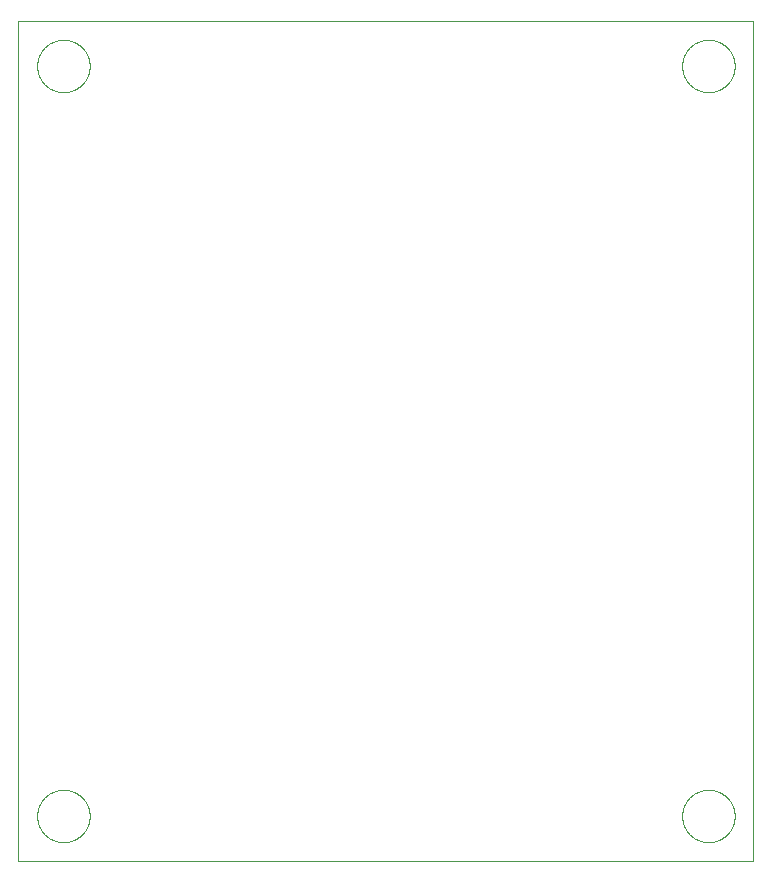
<source format=gko>
G75*
%MOIN*%
%OFA0B0*%
%FSLAX25Y25*%
%IPPOS*%
%LPD*%
%AMOC8*
5,1,8,0,0,1.08239X$1,22.5*
%
%ADD10C,0.00000*%
D10*
X0007100Y0011300D02*
X0007100Y0291300D01*
X0252100Y0291300D01*
X0252100Y0011300D01*
X0007100Y0011300D01*
X0013350Y0026300D02*
X0013353Y0026515D01*
X0013361Y0026729D01*
X0013374Y0026944D01*
X0013392Y0027158D01*
X0013416Y0027371D01*
X0013445Y0027584D01*
X0013479Y0027796D01*
X0013518Y0028007D01*
X0013563Y0028217D01*
X0013612Y0028426D01*
X0013667Y0028634D01*
X0013727Y0028840D01*
X0013792Y0029045D01*
X0013861Y0029248D01*
X0013936Y0029449D01*
X0014016Y0029648D01*
X0014101Y0029846D01*
X0014190Y0030041D01*
X0014284Y0030234D01*
X0014383Y0030425D01*
X0014487Y0030613D01*
X0014595Y0030798D01*
X0014708Y0030981D01*
X0014825Y0031161D01*
X0014946Y0031338D01*
X0015072Y0031512D01*
X0015202Y0031683D01*
X0015336Y0031851D01*
X0015474Y0032015D01*
X0015617Y0032176D01*
X0015763Y0032333D01*
X0015913Y0032487D01*
X0016067Y0032637D01*
X0016224Y0032783D01*
X0016385Y0032926D01*
X0016549Y0033064D01*
X0016717Y0033198D01*
X0016888Y0033328D01*
X0017062Y0033454D01*
X0017239Y0033575D01*
X0017419Y0033692D01*
X0017602Y0033805D01*
X0017787Y0033913D01*
X0017975Y0034017D01*
X0018166Y0034116D01*
X0018359Y0034210D01*
X0018554Y0034299D01*
X0018752Y0034384D01*
X0018951Y0034464D01*
X0019152Y0034539D01*
X0019355Y0034608D01*
X0019560Y0034673D01*
X0019766Y0034733D01*
X0019974Y0034788D01*
X0020183Y0034837D01*
X0020393Y0034882D01*
X0020604Y0034921D01*
X0020816Y0034955D01*
X0021029Y0034984D01*
X0021242Y0035008D01*
X0021456Y0035026D01*
X0021671Y0035039D01*
X0021885Y0035047D01*
X0022100Y0035050D01*
X0022315Y0035047D01*
X0022529Y0035039D01*
X0022744Y0035026D01*
X0022958Y0035008D01*
X0023171Y0034984D01*
X0023384Y0034955D01*
X0023596Y0034921D01*
X0023807Y0034882D01*
X0024017Y0034837D01*
X0024226Y0034788D01*
X0024434Y0034733D01*
X0024640Y0034673D01*
X0024845Y0034608D01*
X0025048Y0034539D01*
X0025249Y0034464D01*
X0025448Y0034384D01*
X0025646Y0034299D01*
X0025841Y0034210D01*
X0026034Y0034116D01*
X0026225Y0034017D01*
X0026413Y0033913D01*
X0026598Y0033805D01*
X0026781Y0033692D01*
X0026961Y0033575D01*
X0027138Y0033454D01*
X0027312Y0033328D01*
X0027483Y0033198D01*
X0027651Y0033064D01*
X0027815Y0032926D01*
X0027976Y0032783D01*
X0028133Y0032637D01*
X0028287Y0032487D01*
X0028437Y0032333D01*
X0028583Y0032176D01*
X0028726Y0032015D01*
X0028864Y0031851D01*
X0028998Y0031683D01*
X0029128Y0031512D01*
X0029254Y0031338D01*
X0029375Y0031161D01*
X0029492Y0030981D01*
X0029605Y0030798D01*
X0029713Y0030613D01*
X0029817Y0030425D01*
X0029916Y0030234D01*
X0030010Y0030041D01*
X0030099Y0029846D01*
X0030184Y0029648D01*
X0030264Y0029449D01*
X0030339Y0029248D01*
X0030408Y0029045D01*
X0030473Y0028840D01*
X0030533Y0028634D01*
X0030588Y0028426D01*
X0030637Y0028217D01*
X0030682Y0028007D01*
X0030721Y0027796D01*
X0030755Y0027584D01*
X0030784Y0027371D01*
X0030808Y0027158D01*
X0030826Y0026944D01*
X0030839Y0026729D01*
X0030847Y0026515D01*
X0030850Y0026300D01*
X0030847Y0026085D01*
X0030839Y0025871D01*
X0030826Y0025656D01*
X0030808Y0025442D01*
X0030784Y0025229D01*
X0030755Y0025016D01*
X0030721Y0024804D01*
X0030682Y0024593D01*
X0030637Y0024383D01*
X0030588Y0024174D01*
X0030533Y0023966D01*
X0030473Y0023760D01*
X0030408Y0023555D01*
X0030339Y0023352D01*
X0030264Y0023151D01*
X0030184Y0022952D01*
X0030099Y0022754D01*
X0030010Y0022559D01*
X0029916Y0022366D01*
X0029817Y0022175D01*
X0029713Y0021987D01*
X0029605Y0021802D01*
X0029492Y0021619D01*
X0029375Y0021439D01*
X0029254Y0021262D01*
X0029128Y0021088D01*
X0028998Y0020917D01*
X0028864Y0020749D01*
X0028726Y0020585D01*
X0028583Y0020424D01*
X0028437Y0020267D01*
X0028287Y0020113D01*
X0028133Y0019963D01*
X0027976Y0019817D01*
X0027815Y0019674D01*
X0027651Y0019536D01*
X0027483Y0019402D01*
X0027312Y0019272D01*
X0027138Y0019146D01*
X0026961Y0019025D01*
X0026781Y0018908D01*
X0026598Y0018795D01*
X0026413Y0018687D01*
X0026225Y0018583D01*
X0026034Y0018484D01*
X0025841Y0018390D01*
X0025646Y0018301D01*
X0025448Y0018216D01*
X0025249Y0018136D01*
X0025048Y0018061D01*
X0024845Y0017992D01*
X0024640Y0017927D01*
X0024434Y0017867D01*
X0024226Y0017812D01*
X0024017Y0017763D01*
X0023807Y0017718D01*
X0023596Y0017679D01*
X0023384Y0017645D01*
X0023171Y0017616D01*
X0022958Y0017592D01*
X0022744Y0017574D01*
X0022529Y0017561D01*
X0022315Y0017553D01*
X0022100Y0017550D01*
X0021885Y0017553D01*
X0021671Y0017561D01*
X0021456Y0017574D01*
X0021242Y0017592D01*
X0021029Y0017616D01*
X0020816Y0017645D01*
X0020604Y0017679D01*
X0020393Y0017718D01*
X0020183Y0017763D01*
X0019974Y0017812D01*
X0019766Y0017867D01*
X0019560Y0017927D01*
X0019355Y0017992D01*
X0019152Y0018061D01*
X0018951Y0018136D01*
X0018752Y0018216D01*
X0018554Y0018301D01*
X0018359Y0018390D01*
X0018166Y0018484D01*
X0017975Y0018583D01*
X0017787Y0018687D01*
X0017602Y0018795D01*
X0017419Y0018908D01*
X0017239Y0019025D01*
X0017062Y0019146D01*
X0016888Y0019272D01*
X0016717Y0019402D01*
X0016549Y0019536D01*
X0016385Y0019674D01*
X0016224Y0019817D01*
X0016067Y0019963D01*
X0015913Y0020113D01*
X0015763Y0020267D01*
X0015617Y0020424D01*
X0015474Y0020585D01*
X0015336Y0020749D01*
X0015202Y0020917D01*
X0015072Y0021088D01*
X0014946Y0021262D01*
X0014825Y0021439D01*
X0014708Y0021619D01*
X0014595Y0021802D01*
X0014487Y0021987D01*
X0014383Y0022175D01*
X0014284Y0022366D01*
X0014190Y0022559D01*
X0014101Y0022754D01*
X0014016Y0022952D01*
X0013936Y0023151D01*
X0013861Y0023352D01*
X0013792Y0023555D01*
X0013727Y0023760D01*
X0013667Y0023966D01*
X0013612Y0024174D01*
X0013563Y0024383D01*
X0013518Y0024593D01*
X0013479Y0024804D01*
X0013445Y0025016D01*
X0013416Y0025229D01*
X0013392Y0025442D01*
X0013374Y0025656D01*
X0013361Y0025871D01*
X0013353Y0026085D01*
X0013350Y0026300D01*
X0013350Y0276300D02*
X0013353Y0276515D01*
X0013361Y0276729D01*
X0013374Y0276944D01*
X0013392Y0277158D01*
X0013416Y0277371D01*
X0013445Y0277584D01*
X0013479Y0277796D01*
X0013518Y0278007D01*
X0013563Y0278217D01*
X0013612Y0278426D01*
X0013667Y0278634D01*
X0013727Y0278840D01*
X0013792Y0279045D01*
X0013861Y0279248D01*
X0013936Y0279449D01*
X0014016Y0279648D01*
X0014101Y0279846D01*
X0014190Y0280041D01*
X0014284Y0280234D01*
X0014383Y0280425D01*
X0014487Y0280613D01*
X0014595Y0280798D01*
X0014708Y0280981D01*
X0014825Y0281161D01*
X0014946Y0281338D01*
X0015072Y0281512D01*
X0015202Y0281683D01*
X0015336Y0281851D01*
X0015474Y0282015D01*
X0015617Y0282176D01*
X0015763Y0282333D01*
X0015913Y0282487D01*
X0016067Y0282637D01*
X0016224Y0282783D01*
X0016385Y0282926D01*
X0016549Y0283064D01*
X0016717Y0283198D01*
X0016888Y0283328D01*
X0017062Y0283454D01*
X0017239Y0283575D01*
X0017419Y0283692D01*
X0017602Y0283805D01*
X0017787Y0283913D01*
X0017975Y0284017D01*
X0018166Y0284116D01*
X0018359Y0284210D01*
X0018554Y0284299D01*
X0018752Y0284384D01*
X0018951Y0284464D01*
X0019152Y0284539D01*
X0019355Y0284608D01*
X0019560Y0284673D01*
X0019766Y0284733D01*
X0019974Y0284788D01*
X0020183Y0284837D01*
X0020393Y0284882D01*
X0020604Y0284921D01*
X0020816Y0284955D01*
X0021029Y0284984D01*
X0021242Y0285008D01*
X0021456Y0285026D01*
X0021671Y0285039D01*
X0021885Y0285047D01*
X0022100Y0285050D01*
X0022315Y0285047D01*
X0022529Y0285039D01*
X0022744Y0285026D01*
X0022958Y0285008D01*
X0023171Y0284984D01*
X0023384Y0284955D01*
X0023596Y0284921D01*
X0023807Y0284882D01*
X0024017Y0284837D01*
X0024226Y0284788D01*
X0024434Y0284733D01*
X0024640Y0284673D01*
X0024845Y0284608D01*
X0025048Y0284539D01*
X0025249Y0284464D01*
X0025448Y0284384D01*
X0025646Y0284299D01*
X0025841Y0284210D01*
X0026034Y0284116D01*
X0026225Y0284017D01*
X0026413Y0283913D01*
X0026598Y0283805D01*
X0026781Y0283692D01*
X0026961Y0283575D01*
X0027138Y0283454D01*
X0027312Y0283328D01*
X0027483Y0283198D01*
X0027651Y0283064D01*
X0027815Y0282926D01*
X0027976Y0282783D01*
X0028133Y0282637D01*
X0028287Y0282487D01*
X0028437Y0282333D01*
X0028583Y0282176D01*
X0028726Y0282015D01*
X0028864Y0281851D01*
X0028998Y0281683D01*
X0029128Y0281512D01*
X0029254Y0281338D01*
X0029375Y0281161D01*
X0029492Y0280981D01*
X0029605Y0280798D01*
X0029713Y0280613D01*
X0029817Y0280425D01*
X0029916Y0280234D01*
X0030010Y0280041D01*
X0030099Y0279846D01*
X0030184Y0279648D01*
X0030264Y0279449D01*
X0030339Y0279248D01*
X0030408Y0279045D01*
X0030473Y0278840D01*
X0030533Y0278634D01*
X0030588Y0278426D01*
X0030637Y0278217D01*
X0030682Y0278007D01*
X0030721Y0277796D01*
X0030755Y0277584D01*
X0030784Y0277371D01*
X0030808Y0277158D01*
X0030826Y0276944D01*
X0030839Y0276729D01*
X0030847Y0276515D01*
X0030850Y0276300D01*
X0030847Y0276085D01*
X0030839Y0275871D01*
X0030826Y0275656D01*
X0030808Y0275442D01*
X0030784Y0275229D01*
X0030755Y0275016D01*
X0030721Y0274804D01*
X0030682Y0274593D01*
X0030637Y0274383D01*
X0030588Y0274174D01*
X0030533Y0273966D01*
X0030473Y0273760D01*
X0030408Y0273555D01*
X0030339Y0273352D01*
X0030264Y0273151D01*
X0030184Y0272952D01*
X0030099Y0272754D01*
X0030010Y0272559D01*
X0029916Y0272366D01*
X0029817Y0272175D01*
X0029713Y0271987D01*
X0029605Y0271802D01*
X0029492Y0271619D01*
X0029375Y0271439D01*
X0029254Y0271262D01*
X0029128Y0271088D01*
X0028998Y0270917D01*
X0028864Y0270749D01*
X0028726Y0270585D01*
X0028583Y0270424D01*
X0028437Y0270267D01*
X0028287Y0270113D01*
X0028133Y0269963D01*
X0027976Y0269817D01*
X0027815Y0269674D01*
X0027651Y0269536D01*
X0027483Y0269402D01*
X0027312Y0269272D01*
X0027138Y0269146D01*
X0026961Y0269025D01*
X0026781Y0268908D01*
X0026598Y0268795D01*
X0026413Y0268687D01*
X0026225Y0268583D01*
X0026034Y0268484D01*
X0025841Y0268390D01*
X0025646Y0268301D01*
X0025448Y0268216D01*
X0025249Y0268136D01*
X0025048Y0268061D01*
X0024845Y0267992D01*
X0024640Y0267927D01*
X0024434Y0267867D01*
X0024226Y0267812D01*
X0024017Y0267763D01*
X0023807Y0267718D01*
X0023596Y0267679D01*
X0023384Y0267645D01*
X0023171Y0267616D01*
X0022958Y0267592D01*
X0022744Y0267574D01*
X0022529Y0267561D01*
X0022315Y0267553D01*
X0022100Y0267550D01*
X0021885Y0267553D01*
X0021671Y0267561D01*
X0021456Y0267574D01*
X0021242Y0267592D01*
X0021029Y0267616D01*
X0020816Y0267645D01*
X0020604Y0267679D01*
X0020393Y0267718D01*
X0020183Y0267763D01*
X0019974Y0267812D01*
X0019766Y0267867D01*
X0019560Y0267927D01*
X0019355Y0267992D01*
X0019152Y0268061D01*
X0018951Y0268136D01*
X0018752Y0268216D01*
X0018554Y0268301D01*
X0018359Y0268390D01*
X0018166Y0268484D01*
X0017975Y0268583D01*
X0017787Y0268687D01*
X0017602Y0268795D01*
X0017419Y0268908D01*
X0017239Y0269025D01*
X0017062Y0269146D01*
X0016888Y0269272D01*
X0016717Y0269402D01*
X0016549Y0269536D01*
X0016385Y0269674D01*
X0016224Y0269817D01*
X0016067Y0269963D01*
X0015913Y0270113D01*
X0015763Y0270267D01*
X0015617Y0270424D01*
X0015474Y0270585D01*
X0015336Y0270749D01*
X0015202Y0270917D01*
X0015072Y0271088D01*
X0014946Y0271262D01*
X0014825Y0271439D01*
X0014708Y0271619D01*
X0014595Y0271802D01*
X0014487Y0271987D01*
X0014383Y0272175D01*
X0014284Y0272366D01*
X0014190Y0272559D01*
X0014101Y0272754D01*
X0014016Y0272952D01*
X0013936Y0273151D01*
X0013861Y0273352D01*
X0013792Y0273555D01*
X0013727Y0273760D01*
X0013667Y0273966D01*
X0013612Y0274174D01*
X0013563Y0274383D01*
X0013518Y0274593D01*
X0013479Y0274804D01*
X0013445Y0275016D01*
X0013416Y0275229D01*
X0013392Y0275442D01*
X0013374Y0275656D01*
X0013361Y0275871D01*
X0013353Y0276085D01*
X0013350Y0276300D01*
X0228350Y0276300D02*
X0228353Y0276515D01*
X0228361Y0276729D01*
X0228374Y0276944D01*
X0228392Y0277158D01*
X0228416Y0277371D01*
X0228445Y0277584D01*
X0228479Y0277796D01*
X0228518Y0278007D01*
X0228563Y0278217D01*
X0228612Y0278426D01*
X0228667Y0278634D01*
X0228727Y0278840D01*
X0228792Y0279045D01*
X0228861Y0279248D01*
X0228936Y0279449D01*
X0229016Y0279648D01*
X0229101Y0279846D01*
X0229190Y0280041D01*
X0229284Y0280234D01*
X0229383Y0280425D01*
X0229487Y0280613D01*
X0229595Y0280798D01*
X0229708Y0280981D01*
X0229825Y0281161D01*
X0229946Y0281338D01*
X0230072Y0281512D01*
X0230202Y0281683D01*
X0230336Y0281851D01*
X0230474Y0282015D01*
X0230617Y0282176D01*
X0230763Y0282333D01*
X0230913Y0282487D01*
X0231067Y0282637D01*
X0231224Y0282783D01*
X0231385Y0282926D01*
X0231549Y0283064D01*
X0231717Y0283198D01*
X0231888Y0283328D01*
X0232062Y0283454D01*
X0232239Y0283575D01*
X0232419Y0283692D01*
X0232602Y0283805D01*
X0232787Y0283913D01*
X0232975Y0284017D01*
X0233166Y0284116D01*
X0233359Y0284210D01*
X0233554Y0284299D01*
X0233752Y0284384D01*
X0233951Y0284464D01*
X0234152Y0284539D01*
X0234355Y0284608D01*
X0234560Y0284673D01*
X0234766Y0284733D01*
X0234974Y0284788D01*
X0235183Y0284837D01*
X0235393Y0284882D01*
X0235604Y0284921D01*
X0235816Y0284955D01*
X0236029Y0284984D01*
X0236242Y0285008D01*
X0236456Y0285026D01*
X0236671Y0285039D01*
X0236885Y0285047D01*
X0237100Y0285050D01*
X0237315Y0285047D01*
X0237529Y0285039D01*
X0237744Y0285026D01*
X0237958Y0285008D01*
X0238171Y0284984D01*
X0238384Y0284955D01*
X0238596Y0284921D01*
X0238807Y0284882D01*
X0239017Y0284837D01*
X0239226Y0284788D01*
X0239434Y0284733D01*
X0239640Y0284673D01*
X0239845Y0284608D01*
X0240048Y0284539D01*
X0240249Y0284464D01*
X0240448Y0284384D01*
X0240646Y0284299D01*
X0240841Y0284210D01*
X0241034Y0284116D01*
X0241225Y0284017D01*
X0241413Y0283913D01*
X0241598Y0283805D01*
X0241781Y0283692D01*
X0241961Y0283575D01*
X0242138Y0283454D01*
X0242312Y0283328D01*
X0242483Y0283198D01*
X0242651Y0283064D01*
X0242815Y0282926D01*
X0242976Y0282783D01*
X0243133Y0282637D01*
X0243287Y0282487D01*
X0243437Y0282333D01*
X0243583Y0282176D01*
X0243726Y0282015D01*
X0243864Y0281851D01*
X0243998Y0281683D01*
X0244128Y0281512D01*
X0244254Y0281338D01*
X0244375Y0281161D01*
X0244492Y0280981D01*
X0244605Y0280798D01*
X0244713Y0280613D01*
X0244817Y0280425D01*
X0244916Y0280234D01*
X0245010Y0280041D01*
X0245099Y0279846D01*
X0245184Y0279648D01*
X0245264Y0279449D01*
X0245339Y0279248D01*
X0245408Y0279045D01*
X0245473Y0278840D01*
X0245533Y0278634D01*
X0245588Y0278426D01*
X0245637Y0278217D01*
X0245682Y0278007D01*
X0245721Y0277796D01*
X0245755Y0277584D01*
X0245784Y0277371D01*
X0245808Y0277158D01*
X0245826Y0276944D01*
X0245839Y0276729D01*
X0245847Y0276515D01*
X0245850Y0276300D01*
X0245847Y0276085D01*
X0245839Y0275871D01*
X0245826Y0275656D01*
X0245808Y0275442D01*
X0245784Y0275229D01*
X0245755Y0275016D01*
X0245721Y0274804D01*
X0245682Y0274593D01*
X0245637Y0274383D01*
X0245588Y0274174D01*
X0245533Y0273966D01*
X0245473Y0273760D01*
X0245408Y0273555D01*
X0245339Y0273352D01*
X0245264Y0273151D01*
X0245184Y0272952D01*
X0245099Y0272754D01*
X0245010Y0272559D01*
X0244916Y0272366D01*
X0244817Y0272175D01*
X0244713Y0271987D01*
X0244605Y0271802D01*
X0244492Y0271619D01*
X0244375Y0271439D01*
X0244254Y0271262D01*
X0244128Y0271088D01*
X0243998Y0270917D01*
X0243864Y0270749D01*
X0243726Y0270585D01*
X0243583Y0270424D01*
X0243437Y0270267D01*
X0243287Y0270113D01*
X0243133Y0269963D01*
X0242976Y0269817D01*
X0242815Y0269674D01*
X0242651Y0269536D01*
X0242483Y0269402D01*
X0242312Y0269272D01*
X0242138Y0269146D01*
X0241961Y0269025D01*
X0241781Y0268908D01*
X0241598Y0268795D01*
X0241413Y0268687D01*
X0241225Y0268583D01*
X0241034Y0268484D01*
X0240841Y0268390D01*
X0240646Y0268301D01*
X0240448Y0268216D01*
X0240249Y0268136D01*
X0240048Y0268061D01*
X0239845Y0267992D01*
X0239640Y0267927D01*
X0239434Y0267867D01*
X0239226Y0267812D01*
X0239017Y0267763D01*
X0238807Y0267718D01*
X0238596Y0267679D01*
X0238384Y0267645D01*
X0238171Y0267616D01*
X0237958Y0267592D01*
X0237744Y0267574D01*
X0237529Y0267561D01*
X0237315Y0267553D01*
X0237100Y0267550D01*
X0236885Y0267553D01*
X0236671Y0267561D01*
X0236456Y0267574D01*
X0236242Y0267592D01*
X0236029Y0267616D01*
X0235816Y0267645D01*
X0235604Y0267679D01*
X0235393Y0267718D01*
X0235183Y0267763D01*
X0234974Y0267812D01*
X0234766Y0267867D01*
X0234560Y0267927D01*
X0234355Y0267992D01*
X0234152Y0268061D01*
X0233951Y0268136D01*
X0233752Y0268216D01*
X0233554Y0268301D01*
X0233359Y0268390D01*
X0233166Y0268484D01*
X0232975Y0268583D01*
X0232787Y0268687D01*
X0232602Y0268795D01*
X0232419Y0268908D01*
X0232239Y0269025D01*
X0232062Y0269146D01*
X0231888Y0269272D01*
X0231717Y0269402D01*
X0231549Y0269536D01*
X0231385Y0269674D01*
X0231224Y0269817D01*
X0231067Y0269963D01*
X0230913Y0270113D01*
X0230763Y0270267D01*
X0230617Y0270424D01*
X0230474Y0270585D01*
X0230336Y0270749D01*
X0230202Y0270917D01*
X0230072Y0271088D01*
X0229946Y0271262D01*
X0229825Y0271439D01*
X0229708Y0271619D01*
X0229595Y0271802D01*
X0229487Y0271987D01*
X0229383Y0272175D01*
X0229284Y0272366D01*
X0229190Y0272559D01*
X0229101Y0272754D01*
X0229016Y0272952D01*
X0228936Y0273151D01*
X0228861Y0273352D01*
X0228792Y0273555D01*
X0228727Y0273760D01*
X0228667Y0273966D01*
X0228612Y0274174D01*
X0228563Y0274383D01*
X0228518Y0274593D01*
X0228479Y0274804D01*
X0228445Y0275016D01*
X0228416Y0275229D01*
X0228392Y0275442D01*
X0228374Y0275656D01*
X0228361Y0275871D01*
X0228353Y0276085D01*
X0228350Y0276300D01*
X0228350Y0026300D02*
X0228353Y0026515D01*
X0228361Y0026729D01*
X0228374Y0026944D01*
X0228392Y0027158D01*
X0228416Y0027371D01*
X0228445Y0027584D01*
X0228479Y0027796D01*
X0228518Y0028007D01*
X0228563Y0028217D01*
X0228612Y0028426D01*
X0228667Y0028634D01*
X0228727Y0028840D01*
X0228792Y0029045D01*
X0228861Y0029248D01*
X0228936Y0029449D01*
X0229016Y0029648D01*
X0229101Y0029846D01*
X0229190Y0030041D01*
X0229284Y0030234D01*
X0229383Y0030425D01*
X0229487Y0030613D01*
X0229595Y0030798D01*
X0229708Y0030981D01*
X0229825Y0031161D01*
X0229946Y0031338D01*
X0230072Y0031512D01*
X0230202Y0031683D01*
X0230336Y0031851D01*
X0230474Y0032015D01*
X0230617Y0032176D01*
X0230763Y0032333D01*
X0230913Y0032487D01*
X0231067Y0032637D01*
X0231224Y0032783D01*
X0231385Y0032926D01*
X0231549Y0033064D01*
X0231717Y0033198D01*
X0231888Y0033328D01*
X0232062Y0033454D01*
X0232239Y0033575D01*
X0232419Y0033692D01*
X0232602Y0033805D01*
X0232787Y0033913D01*
X0232975Y0034017D01*
X0233166Y0034116D01*
X0233359Y0034210D01*
X0233554Y0034299D01*
X0233752Y0034384D01*
X0233951Y0034464D01*
X0234152Y0034539D01*
X0234355Y0034608D01*
X0234560Y0034673D01*
X0234766Y0034733D01*
X0234974Y0034788D01*
X0235183Y0034837D01*
X0235393Y0034882D01*
X0235604Y0034921D01*
X0235816Y0034955D01*
X0236029Y0034984D01*
X0236242Y0035008D01*
X0236456Y0035026D01*
X0236671Y0035039D01*
X0236885Y0035047D01*
X0237100Y0035050D01*
X0237315Y0035047D01*
X0237529Y0035039D01*
X0237744Y0035026D01*
X0237958Y0035008D01*
X0238171Y0034984D01*
X0238384Y0034955D01*
X0238596Y0034921D01*
X0238807Y0034882D01*
X0239017Y0034837D01*
X0239226Y0034788D01*
X0239434Y0034733D01*
X0239640Y0034673D01*
X0239845Y0034608D01*
X0240048Y0034539D01*
X0240249Y0034464D01*
X0240448Y0034384D01*
X0240646Y0034299D01*
X0240841Y0034210D01*
X0241034Y0034116D01*
X0241225Y0034017D01*
X0241413Y0033913D01*
X0241598Y0033805D01*
X0241781Y0033692D01*
X0241961Y0033575D01*
X0242138Y0033454D01*
X0242312Y0033328D01*
X0242483Y0033198D01*
X0242651Y0033064D01*
X0242815Y0032926D01*
X0242976Y0032783D01*
X0243133Y0032637D01*
X0243287Y0032487D01*
X0243437Y0032333D01*
X0243583Y0032176D01*
X0243726Y0032015D01*
X0243864Y0031851D01*
X0243998Y0031683D01*
X0244128Y0031512D01*
X0244254Y0031338D01*
X0244375Y0031161D01*
X0244492Y0030981D01*
X0244605Y0030798D01*
X0244713Y0030613D01*
X0244817Y0030425D01*
X0244916Y0030234D01*
X0245010Y0030041D01*
X0245099Y0029846D01*
X0245184Y0029648D01*
X0245264Y0029449D01*
X0245339Y0029248D01*
X0245408Y0029045D01*
X0245473Y0028840D01*
X0245533Y0028634D01*
X0245588Y0028426D01*
X0245637Y0028217D01*
X0245682Y0028007D01*
X0245721Y0027796D01*
X0245755Y0027584D01*
X0245784Y0027371D01*
X0245808Y0027158D01*
X0245826Y0026944D01*
X0245839Y0026729D01*
X0245847Y0026515D01*
X0245850Y0026300D01*
X0245847Y0026085D01*
X0245839Y0025871D01*
X0245826Y0025656D01*
X0245808Y0025442D01*
X0245784Y0025229D01*
X0245755Y0025016D01*
X0245721Y0024804D01*
X0245682Y0024593D01*
X0245637Y0024383D01*
X0245588Y0024174D01*
X0245533Y0023966D01*
X0245473Y0023760D01*
X0245408Y0023555D01*
X0245339Y0023352D01*
X0245264Y0023151D01*
X0245184Y0022952D01*
X0245099Y0022754D01*
X0245010Y0022559D01*
X0244916Y0022366D01*
X0244817Y0022175D01*
X0244713Y0021987D01*
X0244605Y0021802D01*
X0244492Y0021619D01*
X0244375Y0021439D01*
X0244254Y0021262D01*
X0244128Y0021088D01*
X0243998Y0020917D01*
X0243864Y0020749D01*
X0243726Y0020585D01*
X0243583Y0020424D01*
X0243437Y0020267D01*
X0243287Y0020113D01*
X0243133Y0019963D01*
X0242976Y0019817D01*
X0242815Y0019674D01*
X0242651Y0019536D01*
X0242483Y0019402D01*
X0242312Y0019272D01*
X0242138Y0019146D01*
X0241961Y0019025D01*
X0241781Y0018908D01*
X0241598Y0018795D01*
X0241413Y0018687D01*
X0241225Y0018583D01*
X0241034Y0018484D01*
X0240841Y0018390D01*
X0240646Y0018301D01*
X0240448Y0018216D01*
X0240249Y0018136D01*
X0240048Y0018061D01*
X0239845Y0017992D01*
X0239640Y0017927D01*
X0239434Y0017867D01*
X0239226Y0017812D01*
X0239017Y0017763D01*
X0238807Y0017718D01*
X0238596Y0017679D01*
X0238384Y0017645D01*
X0238171Y0017616D01*
X0237958Y0017592D01*
X0237744Y0017574D01*
X0237529Y0017561D01*
X0237315Y0017553D01*
X0237100Y0017550D01*
X0236885Y0017553D01*
X0236671Y0017561D01*
X0236456Y0017574D01*
X0236242Y0017592D01*
X0236029Y0017616D01*
X0235816Y0017645D01*
X0235604Y0017679D01*
X0235393Y0017718D01*
X0235183Y0017763D01*
X0234974Y0017812D01*
X0234766Y0017867D01*
X0234560Y0017927D01*
X0234355Y0017992D01*
X0234152Y0018061D01*
X0233951Y0018136D01*
X0233752Y0018216D01*
X0233554Y0018301D01*
X0233359Y0018390D01*
X0233166Y0018484D01*
X0232975Y0018583D01*
X0232787Y0018687D01*
X0232602Y0018795D01*
X0232419Y0018908D01*
X0232239Y0019025D01*
X0232062Y0019146D01*
X0231888Y0019272D01*
X0231717Y0019402D01*
X0231549Y0019536D01*
X0231385Y0019674D01*
X0231224Y0019817D01*
X0231067Y0019963D01*
X0230913Y0020113D01*
X0230763Y0020267D01*
X0230617Y0020424D01*
X0230474Y0020585D01*
X0230336Y0020749D01*
X0230202Y0020917D01*
X0230072Y0021088D01*
X0229946Y0021262D01*
X0229825Y0021439D01*
X0229708Y0021619D01*
X0229595Y0021802D01*
X0229487Y0021987D01*
X0229383Y0022175D01*
X0229284Y0022366D01*
X0229190Y0022559D01*
X0229101Y0022754D01*
X0229016Y0022952D01*
X0228936Y0023151D01*
X0228861Y0023352D01*
X0228792Y0023555D01*
X0228727Y0023760D01*
X0228667Y0023966D01*
X0228612Y0024174D01*
X0228563Y0024383D01*
X0228518Y0024593D01*
X0228479Y0024804D01*
X0228445Y0025016D01*
X0228416Y0025229D01*
X0228392Y0025442D01*
X0228374Y0025656D01*
X0228361Y0025871D01*
X0228353Y0026085D01*
X0228350Y0026300D01*
M02*

</source>
